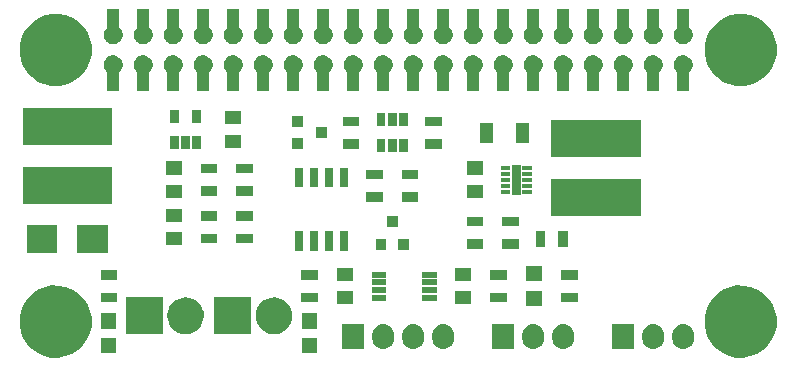
<source format=gts>
G04 #@! TF.FileFunction,Soldermask,Top*
%FSLAX46Y46*%
G04 Gerber Fmt 4.6, Leading zero omitted, Abs format (unit mm)*
G04 Created by KiCad (PCBNEW 4.0.2-stable) date Sunday, October 23, 2016 'AMt' 12:13:38 AM*
%MOMM*%
G01*
G04 APERTURE LIST*
%ADD10C,0.100000*%
G04 APERTURE END LIST*
D10*
G36*
X3820457Y-23451030D02*
X4406573Y-23571342D01*
X4958152Y-23803205D01*
X5454195Y-24137790D01*
X5875796Y-24562345D01*
X6206909Y-25060710D01*
X6434916Y-25613896D01*
X6551080Y-26200570D01*
X6551080Y-26200581D01*
X6551130Y-26200834D01*
X6541588Y-26884242D01*
X6541530Y-26884497D01*
X6541530Y-26884507D01*
X6409031Y-27467703D01*
X6165666Y-28014310D01*
X5820769Y-28503234D01*
X5387474Y-28915855D01*
X4882282Y-29236459D01*
X4324445Y-29452829D01*
X3735205Y-29556728D01*
X3136999Y-29544198D01*
X2552626Y-29415714D01*
X2004336Y-29176173D01*
X1513019Y-28834699D01*
X1097382Y-28404294D01*
X773257Y-27901352D01*
X552999Y-27345043D01*
X444988Y-26756533D01*
X453341Y-26158265D01*
X577742Y-25573005D01*
X813452Y-25023055D01*
X1151489Y-24529364D01*
X1578981Y-24110732D01*
X2079640Y-23783110D01*
X2634409Y-23558969D01*
X3222142Y-23446853D01*
X3820457Y-23451030D01*
X3820457Y-23451030D01*
G37*
G36*
X61820457Y-23451030D02*
X62406573Y-23571342D01*
X62958152Y-23803205D01*
X63454195Y-24137790D01*
X63875796Y-24562345D01*
X64206909Y-25060710D01*
X64434916Y-25613896D01*
X64551080Y-26200570D01*
X64551080Y-26200581D01*
X64551130Y-26200834D01*
X64541588Y-26884242D01*
X64541530Y-26884497D01*
X64541530Y-26884507D01*
X64409031Y-27467703D01*
X64165666Y-28014310D01*
X63820769Y-28503234D01*
X63387474Y-28915855D01*
X62882282Y-29236459D01*
X62324445Y-29452829D01*
X61735205Y-29556728D01*
X61136999Y-29544198D01*
X60552626Y-29415714D01*
X60004336Y-29176173D01*
X59513019Y-28834699D01*
X59097382Y-28404294D01*
X58773257Y-27901352D01*
X58552999Y-27345043D01*
X58444988Y-26756533D01*
X58453341Y-26158265D01*
X58577742Y-25573005D01*
X58813452Y-25023055D01*
X59151489Y-24529364D01*
X59578981Y-24110732D01*
X60079640Y-23783110D01*
X60634409Y-23558969D01*
X61222142Y-23446853D01*
X61820457Y-23451030D01*
X61820457Y-23451030D01*
G37*
G36*
X25650440Y-29199460D02*
X24349560Y-29199460D01*
X24349560Y-27898580D01*
X25650440Y-27898580D01*
X25650440Y-29199460D01*
X25650440Y-29199460D01*
G37*
G36*
X8650440Y-29199460D02*
X7349560Y-29199460D01*
X7349560Y-27898580D01*
X8650440Y-27898580D01*
X8650440Y-29199460D01*
X8650440Y-29199460D01*
G37*
G36*
X36493868Y-26716512D02*
X36493873Y-26716514D01*
X36493906Y-26716517D01*
X36664422Y-26769301D01*
X36821438Y-26854199D01*
X36958973Y-26967979D01*
X37071790Y-27106305D01*
X37155590Y-27263910D01*
X37207182Y-27434790D01*
X37224600Y-27612437D01*
X37224600Y-27927563D01*
X37224511Y-27940333D01*
X37204614Y-28117719D01*
X37150641Y-28287862D01*
X37064649Y-28444282D01*
X36949912Y-28581020D01*
X36810801Y-28692868D01*
X36652615Y-28775565D01*
X36481379Y-28825963D01*
X36481348Y-28825966D01*
X36481344Y-28825967D01*
X36303613Y-28842142D01*
X36126132Y-28823488D01*
X36126127Y-28823486D01*
X36126094Y-28823483D01*
X35955578Y-28770699D01*
X35798562Y-28685801D01*
X35661027Y-28572021D01*
X35548210Y-28433695D01*
X35464410Y-28276090D01*
X35412818Y-28105210D01*
X35395400Y-27927563D01*
X35395400Y-27612437D01*
X35395489Y-27599667D01*
X35415386Y-27422281D01*
X35469359Y-27252138D01*
X35555351Y-27095718D01*
X35670088Y-26958980D01*
X35809199Y-26847132D01*
X35967385Y-26764435D01*
X36138621Y-26714037D01*
X36138652Y-26714034D01*
X36138656Y-26714033D01*
X36316387Y-26697858D01*
X36493868Y-26716512D01*
X36493868Y-26716512D01*
G37*
G36*
X44113868Y-26716512D02*
X44113873Y-26716514D01*
X44113906Y-26716517D01*
X44284422Y-26769301D01*
X44441438Y-26854199D01*
X44578973Y-26967979D01*
X44691790Y-27106305D01*
X44775590Y-27263910D01*
X44827182Y-27434790D01*
X44844600Y-27612437D01*
X44844600Y-27927563D01*
X44844511Y-27940333D01*
X44824614Y-28117719D01*
X44770641Y-28287862D01*
X44684649Y-28444282D01*
X44569912Y-28581020D01*
X44430801Y-28692868D01*
X44272615Y-28775565D01*
X44101379Y-28825963D01*
X44101348Y-28825966D01*
X44101344Y-28825967D01*
X43923613Y-28842142D01*
X43746132Y-28823488D01*
X43746127Y-28823486D01*
X43746094Y-28823483D01*
X43575578Y-28770699D01*
X43418562Y-28685801D01*
X43281027Y-28572021D01*
X43168210Y-28433695D01*
X43084410Y-28276090D01*
X43032818Y-28105210D01*
X43015400Y-27927563D01*
X43015400Y-27612437D01*
X43015489Y-27599667D01*
X43035386Y-27422281D01*
X43089359Y-27252138D01*
X43175351Y-27095718D01*
X43290088Y-26958980D01*
X43429199Y-26847132D01*
X43587385Y-26764435D01*
X43758621Y-26714037D01*
X43758652Y-26714034D01*
X43758656Y-26714033D01*
X43936387Y-26697858D01*
X44113868Y-26716512D01*
X44113868Y-26716512D01*
G37*
G36*
X46653868Y-26716512D02*
X46653873Y-26716514D01*
X46653906Y-26716517D01*
X46824422Y-26769301D01*
X46981438Y-26854199D01*
X47118973Y-26967979D01*
X47231790Y-27106305D01*
X47315590Y-27263910D01*
X47367182Y-27434790D01*
X47384600Y-27612437D01*
X47384600Y-27927563D01*
X47384511Y-27940333D01*
X47364614Y-28117719D01*
X47310641Y-28287862D01*
X47224649Y-28444282D01*
X47109912Y-28581020D01*
X46970801Y-28692868D01*
X46812615Y-28775565D01*
X46641379Y-28825963D01*
X46641348Y-28825966D01*
X46641344Y-28825967D01*
X46463613Y-28842142D01*
X46286132Y-28823488D01*
X46286127Y-28823486D01*
X46286094Y-28823483D01*
X46115578Y-28770699D01*
X45958562Y-28685801D01*
X45821027Y-28572021D01*
X45708210Y-28433695D01*
X45624410Y-28276090D01*
X45572818Y-28105210D01*
X45555400Y-27927563D01*
X45555400Y-27612437D01*
X45555489Y-27599667D01*
X45575386Y-27422281D01*
X45629359Y-27252138D01*
X45715351Y-27095718D01*
X45830088Y-26958980D01*
X45969199Y-26847132D01*
X46127385Y-26764435D01*
X46298621Y-26714037D01*
X46298652Y-26714034D01*
X46298656Y-26714033D01*
X46476387Y-26697858D01*
X46653868Y-26716512D01*
X46653868Y-26716512D01*
G37*
G36*
X54273868Y-26716512D02*
X54273873Y-26716514D01*
X54273906Y-26716517D01*
X54444422Y-26769301D01*
X54601438Y-26854199D01*
X54738973Y-26967979D01*
X54851790Y-27106305D01*
X54935590Y-27263910D01*
X54987182Y-27434790D01*
X55004600Y-27612437D01*
X55004600Y-27927563D01*
X55004511Y-27940333D01*
X54984614Y-28117719D01*
X54930641Y-28287862D01*
X54844649Y-28444282D01*
X54729912Y-28581020D01*
X54590801Y-28692868D01*
X54432615Y-28775565D01*
X54261379Y-28825963D01*
X54261348Y-28825966D01*
X54261344Y-28825967D01*
X54083613Y-28842142D01*
X53906132Y-28823488D01*
X53906127Y-28823486D01*
X53906094Y-28823483D01*
X53735578Y-28770699D01*
X53578562Y-28685801D01*
X53441027Y-28572021D01*
X53328210Y-28433695D01*
X53244410Y-28276090D01*
X53192818Y-28105210D01*
X53175400Y-27927563D01*
X53175400Y-27612437D01*
X53175489Y-27599667D01*
X53195386Y-27422281D01*
X53249359Y-27252138D01*
X53335351Y-27095718D01*
X53450088Y-26958980D01*
X53589199Y-26847132D01*
X53747385Y-26764435D01*
X53918621Y-26714037D01*
X53918652Y-26714034D01*
X53918656Y-26714033D01*
X54096387Y-26697858D01*
X54273868Y-26716512D01*
X54273868Y-26716512D01*
G37*
G36*
X56813868Y-26716512D02*
X56813873Y-26716514D01*
X56813906Y-26716517D01*
X56984422Y-26769301D01*
X57141438Y-26854199D01*
X57278973Y-26967979D01*
X57391790Y-27106305D01*
X57475590Y-27263910D01*
X57527182Y-27434790D01*
X57544600Y-27612437D01*
X57544600Y-27927563D01*
X57544511Y-27940333D01*
X57524614Y-28117719D01*
X57470641Y-28287862D01*
X57384649Y-28444282D01*
X57269912Y-28581020D01*
X57130801Y-28692868D01*
X56972615Y-28775565D01*
X56801379Y-28825963D01*
X56801348Y-28825966D01*
X56801344Y-28825967D01*
X56623613Y-28842142D01*
X56446132Y-28823488D01*
X56446127Y-28823486D01*
X56446094Y-28823483D01*
X56275578Y-28770699D01*
X56118562Y-28685801D01*
X55981027Y-28572021D01*
X55868210Y-28433695D01*
X55784410Y-28276090D01*
X55732818Y-28105210D01*
X55715400Y-27927563D01*
X55715400Y-27612437D01*
X55715489Y-27599667D01*
X55735386Y-27422281D01*
X55789359Y-27252138D01*
X55875351Y-27095718D01*
X55990088Y-26958980D01*
X56129199Y-26847132D01*
X56287385Y-26764435D01*
X56458621Y-26714037D01*
X56458652Y-26714034D01*
X56458656Y-26714033D01*
X56636387Y-26697858D01*
X56813868Y-26716512D01*
X56813868Y-26716512D01*
G37*
G36*
X33953868Y-26716512D02*
X33953873Y-26716514D01*
X33953906Y-26716517D01*
X34124422Y-26769301D01*
X34281438Y-26854199D01*
X34418973Y-26967979D01*
X34531790Y-27106305D01*
X34615590Y-27263910D01*
X34667182Y-27434790D01*
X34684600Y-27612437D01*
X34684600Y-27927563D01*
X34684511Y-27940333D01*
X34664614Y-28117719D01*
X34610641Y-28287862D01*
X34524649Y-28444282D01*
X34409912Y-28581020D01*
X34270801Y-28692868D01*
X34112615Y-28775565D01*
X33941379Y-28825963D01*
X33941348Y-28825966D01*
X33941344Y-28825967D01*
X33763613Y-28842142D01*
X33586132Y-28823488D01*
X33586127Y-28823486D01*
X33586094Y-28823483D01*
X33415578Y-28770699D01*
X33258562Y-28685801D01*
X33121027Y-28572021D01*
X33008210Y-28433695D01*
X32924410Y-28276090D01*
X32872818Y-28105210D01*
X32855400Y-27927563D01*
X32855400Y-27612437D01*
X32855489Y-27599667D01*
X32875386Y-27422281D01*
X32929359Y-27252138D01*
X33015351Y-27095718D01*
X33130088Y-26958980D01*
X33269199Y-26847132D01*
X33427385Y-26764435D01*
X33598621Y-26714037D01*
X33598652Y-26714034D01*
X33598656Y-26714033D01*
X33776387Y-26697858D01*
X33953868Y-26716512D01*
X33953868Y-26716512D01*
G37*
G36*
X31413868Y-26716512D02*
X31413873Y-26716514D01*
X31413906Y-26716517D01*
X31584422Y-26769301D01*
X31741438Y-26854199D01*
X31878973Y-26967979D01*
X31991790Y-27106305D01*
X32075590Y-27263910D01*
X32127182Y-27434790D01*
X32144600Y-27612437D01*
X32144600Y-27927563D01*
X32144511Y-27940333D01*
X32124614Y-28117719D01*
X32070641Y-28287862D01*
X31984649Y-28444282D01*
X31869912Y-28581020D01*
X31730801Y-28692868D01*
X31572615Y-28775565D01*
X31401379Y-28825963D01*
X31401348Y-28825966D01*
X31401344Y-28825967D01*
X31223613Y-28842142D01*
X31046132Y-28823488D01*
X31046127Y-28823486D01*
X31046094Y-28823483D01*
X30875578Y-28770699D01*
X30718562Y-28685801D01*
X30581027Y-28572021D01*
X30468210Y-28433695D01*
X30384410Y-28276090D01*
X30332818Y-28105210D01*
X30315400Y-27927563D01*
X30315400Y-27612437D01*
X30315489Y-27599667D01*
X30335386Y-27422281D01*
X30389359Y-27252138D01*
X30475351Y-27095718D01*
X30590088Y-26958980D01*
X30729199Y-26847132D01*
X30887385Y-26764435D01*
X31058621Y-26714037D01*
X31058652Y-26714034D01*
X31058656Y-26714033D01*
X31236387Y-26697858D01*
X31413868Y-26716512D01*
X31413868Y-26716512D01*
G37*
G36*
X42304600Y-28837000D02*
X40475400Y-28837000D01*
X40475400Y-26703000D01*
X42304600Y-26703000D01*
X42304600Y-28837000D01*
X42304600Y-28837000D01*
G37*
G36*
X52464600Y-28837000D02*
X50635400Y-28837000D01*
X50635400Y-26703000D01*
X52464600Y-26703000D01*
X52464600Y-28837000D01*
X52464600Y-28837000D01*
G37*
G36*
X29604600Y-28837000D02*
X27775400Y-28837000D01*
X27775400Y-26703000D01*
X29604600Y-26703000D01*
X29604600Y-28837000D01*
X29604600Y-28837000D01*
G37*
G36*
X14811834Y-24473168D02*
X14811844Y-24473171D01*
X14811872Y-24473174D01*
X15101037Y-24562685D01*
X15367308Y-24706658D01*
X15600544Y-24899607D01*
X15791861Y-25134185D01*
X15933971Y-25401455D01*
X16021461Y-25691238D01*
X16051000Y-25992495D01*
X16051000Y-26007505D01*
X16050849Y-26029160D01*
X16017107Y-26329976D01*
X15925579Y-26618509D01*
X15779751Y-26883769D01*
X15585178Y-27115652D01*
X15349271Y-27305326D01*
X15081015Y-27445567D01*
X14790628Y-27531033D01*
X14790598Y-27531036D01*
X14790594Y-27531037D01*
X14489170Y-27558468D01*
X14188166Y-27526832D01*
X14188156Y-27526829D01*
X14188128Y-27526826D01*
X13898963Y-27437315D01*
X13632692Y-27293342D01*
X13399456Y-27100393D01*
X13208139Y-26865815D01*
X13066029Y-26598545D01*
X12978539Y-26308762D01*
X12949000Y-26007505D01*
X12949000Y-25992495D01*
X12949151Y-25970840D01*
X12982893Y-25670024D01*
X13074421Y-25381491D01*
X13220249Y-25116231D01*
X13414822Y-24884348D01*
X13650729Y-24694674D01*
X13918985Y-24554433D01*
X14209372Y-24468967D01*
X14209402Y-24468964D01*
X14209406Y-24468963D01*
X14510830Y-24441532D01*
X14811834Y-24473168D01*
X14811834Y-24473168D01*
G37*
G36*
X22311834Y-24473168D02*
X22311844Y-24473171D01*
X22311872Y-24473174D01*
X22601037Y-24562685D01*
X22867308Y-24706658D01*
X23100544Y-24899607D01*
X23291861Y-25134185D01*
X23433971Y-25401455D01*
X23521461Y-25691238D01*
X23551000Y-25992495D01*
X23551000Y-26007505D01*
X23550849Y-26029160D01*
X23517107Y-26329976D01*
X23425579Y-26618509D01*
X23279751Y-26883769D01*
X23085178Y-27115652D01*
X22849271Y-27305326D01*
X22581015Y-27445567D01*
X22290628Y-27531033D01*
X22290598Y-27531036D01*
X22290594Y-27531037D01*
X21989170Y-27558468D01*
X21688166Y-27526832D01*
X21688156Y-27526829D01*
X21688128Y-27526826D01*
X21398963Y-27437315D01*
X21132692Y-27293342D01*
X20899456Y-27100393D01*
X20708139Y-26865815D01*
X20566029Y-26598545D01*
X20478539Y-26308762D01*
X20449000Y-26007505D01*
X20449000Y-25992495D01*
X20449151Y-25970840D01*
X20482893Y-25670024D01*
X20574421Y-25381491D01*
X20720249Y-25116231D01*
X20914822Y-24884348D01*
X21150729Y-24694674D01*
X21418985Y-24554433D01*
X21709372Y-24468967D01*
X21709402Y-24468964D01*
X21709406Y-24468963D01*
X22010830Y-24441532D01*
X22311834Y-24473168D01*
X22311834Y-24473168D01*
G37*
G36*
X20051000Y-27551000D02*
X16949000Y-27551000D01*
X16949000Y-24449000D01*
X20051000Y-24449000D01*
X20051000Y-27551000D01*
X20051000Y-27551000D01*
G37*
G36*
X12551000Y-27551000D02*
X9449000Y-27551000D01*
X9449000Y-24449000D01*
X12551000Y-24449000D01*
X12551000Y-27551000D01*
X12551000Y-27551000D01*
G37*
G36*
X8650440Y-27101420D02*
X7349560Y-27101420D01*
X7349560Y-25800540D01*
X8650440Y-25800540D01*
X8650440Y-27101420D01*
X8650440Y-27101420D01*
G37*
G36*
X25650440Y-27101420D02*
X24349560Y-27101420D01*
X24349560Y-25800540D01*
X25650440Y-25800540D01*
X25650440Y-27101420D01*
X25650440Y-27101420D01*
G37*
G36*
X44650440Y-25199460D02*
X43349560Y-25199460D01*
X43349560Y-23898580D01*
X44650440Y-23898580D01*
X44650440Y-25199460D01*
X44650440Y-25199460D01*
G37*
G36*
X38676000Y-25051000D02*
X37324000Y-25051000D01*
X37324000Y-23949000D01*
X38676000Y-23949000D01*
X38676000Y-25051000D01*
X38676000Y-25051000D01*
G37*
G36*
X28676000Y-25051000D02*
X27324000Y-25051000D01*
X27324000Y-23949000D01*
X28676000Y-23949000D01*
X28676000Y-25051000D01*
X28676000Y-25051000D01*
G37*
G36*
X41701000Y-24851000D02*
X40299000Y-24851000D01*
X40299000Y-24049000D01*
X41701000Y-24049000D01*
X41701000Y-24851000D01*
X41701000Y-24851000D01*
G37*
G36*
X47701000Y-24851000D02*
X46299000Y-24851000D01*
X46299000Y-24049000D01*
X47701000Y-24049000D01*
X47701000Y-24851000D01*
X47701000Y-24851000D01*
G37*
G36*
X8701000Y-24851000D02*
X7299000Y-24851000D01*
X7299000Y-24049000D01*
X8701000Y-24049000D01*
X8701000Y-24851000D01*
X8701000Y-24851000D01*
G37*
G36*
X25701000Y-24851000D02*
X24299000Y-24851000D01*
X24299000Y-24049000D01*
X25701000Y-24049000D01*
X25701000Y-24851000D01*
X25701000Y-24851000D01*
G37*
G36*
X31451000Y-24726000D02*
X30249000Y-24726000D01*
X30249000Y-24224000D01*
X31451000Y-24224000D01*
X31451000Y-24726000D01*
X31451000Y-24726000D01*
G37*
G36*
X35751000Y-24726000D02*
X34549000Y-24726000D01*
X34549000Y-24224000D01*
X35751000Y-24224000D01*
X35751000Y-24726000D01*
X35751000Y-24726000D01*
G37*
G36*
X35751000Y-24076000D02*
X34549000Y-24076000D01*
X34549000Y-23574000D01*
X35751000Y-23574000D01*
X35751000Y-24076000D01*
X35751000Y-24076000D01*
G37*
G36*
X31451000Y-24076000D02*
X30249000Y-24076000D01*
X30249000Y-23574000D01*
X31451000Y-23574000D01*
X31451000Y-24076000D01*
X31451000Y-24076000D01*
G37*
G36*
X35751000Y-23426000D02*
X34549000Y-23426000D01*
X34549000Y-22924000D01*
X35751000Y-22924000D01*
X35751000Y-23426000D01*
X35751000Y-23426000D01*
G37*
G36*
X31451000Y-23426000D02*
X30249000Y-23426000D01*
X30249000Y-22924000D01*
X31451000Y-22924000D01*
X31451000Y-23426000D01*
X31451000Y-23426000D01*
G37*
G36*
X44650440Y-23101420D02*
X43349560Y-23101420D01*
X43349560Y-21800540D01*
X44650440Y-21800540D01*
X44650440Y-23101420D01*
X44650440Y-23101420D01*
G37*
G36*
X38676000Y-23051000D02*
X37324000Y-23051000D01*
X37324000Y-21949000D01*
X38676000Y-21949000D01*
X38676000Y-23051000D01*
X38676000Y-23051000D01*
G37*
G36*
X28676000Y-23051000D02*
X27324000Y-23051000D01*
X27324000Y-21949000D01*
X28676000Y-21949000D01*
X28676000Y-23051000D01*
X28676000Y-23051000D01*
G37*
G36*
X41701000Y-22951000D02*
X40299000Y-22951000D01*
X40299000Y-22149000D01*
X41701000Y-22149000D01*
X41701000Y-22951000D01*
X41701000Y-22951000D01*
G37*
G36*
X47701000Y-22951000D02*
X46299000Y-22951000D01*
X46299000Y-22149000D01*
X47701000Y-22149000D01*
X47701000Y-22951000D01*
X47701000Y-22951000D01*
G37*
G36*
X8701000Y-22951000D02*
X7299000Y-22951000D01*
X7299000Y-22149000D01*
X8701000Y-22149000D01*
X8701000Y-22951000D01*
X8701000Y-22951000D01*
G37*
G36*
X25701000Y-22951000D02*
X24299000Y-22951000D01*
X24299000Y-22149000D01*
X25701000Y-22149000D01*
X25701000Y-22951000D01*
X25701000Y-22951000D01*
G37*
G36*
X31451000Y-22776000D02*
X30249000Y-22776000D01*
X30249000Y-22274000D01*
X31451000Y-22274000D01*
X31451000Y-22776000D01*
X31451000Y-22776000D01*
G37*
G36*
X35751000Y-22776000D02*
X34549000Y-22776000D01*
X34549000Y-22274000D01*
X35751000Y-22274000D01*
X35751000Y-22776000D01*
X35751000Y-22776000D01*
G37*
G36*
X7949520Y-20701620D02*
X5348160Y-20701620D01*
X5348160Y-18298380D01*
X7949520Y-18298380D01*
X7949520Y-20701620D01*
X7949520Y-20701620D01*
G37*
G36*
X3651840Y-20701620D02*
X1050480Y-20701620D01*
X1050480Y-18298380D01*
X3651840Y-18298380D01*
X3651840Y-20701620D01*
X3651840Y-20701620D01*
G37*
G36*
X26986000Y-20526000D02*
X26284000Y-20526000D01*
X26284000Y-18874000D01*
X26986000Y-18874000D01*
X26986000Y-20526000D01*
X26986000Y-20526000D01*
G37*
G36*
X25716000Y-20526000D02*
X25014000Y-20526000D01*
X25014000Y-18874000D01*
X25716000Y-18874000D01*
X25716000Y-20526000D01*
X25716000Y-20526000D01*
G37*
G36*
X24446000Y-20526000D02*
X23744000Y-20526000D01*
X23744000Y-18874000D01*
X24446000Y-18874000D01*
X24446000Y-20526000D01*
X24446000Y-20526000D01*
G37*
G36*
X28256000Y-20526000D02*
X27554000Y-20526000D01*
X27554000Y-18874000D01*
X28256000Y-18874000D01*
X28256000Y-20526000D01*
X28256000Y-20526000D01*
G37*
G36*
X31501050Y-20451810D02*
X30598950Y-20451810D01*
X30598950Y-19549710D01*
X31501050Y-19549710D01*
X31501050Y-20451810D01*
X31501050Y-20451810D01*
G37*
G36*
X33401050Y-20451810D02*
X32498950Y-20451810D01*
X32498950Y-19549710D01*
X33401050Y-19549710D01*
X33401050Y-20451810D01*
X33401050Y-20451810D01*
G37*
G36*
X42701000Y-20351000D02*
X41299000Y-20351000D01*
X41299000Y-19549000D01*
X42701000Y-19549000D01*
X42701000Y-20351000D01*
X42701000Y-20351000D01*
G37*
G36*
X39701000Y-20351000D02*
X38299000Y-20351000D01*
X38299000Y-19549000D01*
X39701000Y-19549000D01*
X39701000Y-20351000D01*
X39701000Y-20351000D01*
G37*
G36*
X46851000Y-20201000D02*
X46049000Y-20201000D01*
X46049000Y-18799000D01*
X46851000Y-18799000D01*
X46851000Y-20201000D01*
X46851000Y-20201000D01*
G37*
G36*
X44951000Y-20201000D02*
X44149000Y-20201000D01*
X44149000Y-18799000D01*
X44951000Y-18799000D01*
X44951000Y-20201000D01*
X44951000Y-20201000D01*
G37*
G36*
X14176000Y-20051000D02*
X12824000Y-20051000D01*
X12824000Y-18949000D01*
X14176000Y-18949000D01*
X14176000Y-20051000D01*
X14176000Y-20051000D01*
G37*
G36*
X17201000Y-19851000D02*
X15799000Y-19851000D01*
X15799000Y-19049000D01*
X17201000Y-19049000D01*
X17201000Y-19851000D01*
X17201000Y-19851000D01*
G37*
G36*
X20201000Y-19851000D02*
X18799000Y-19851000D01*
X18799000Y-19049000D01*
X20201000Y-19049000D01*
X20201000Y-19851000D01*
X20201000Y-19851000D01*
G37*
G36*
X32451050Y-18452830D02*
X31548950Y-18452830D01*
X31548950Y-17550730D01*
X32451050Y-17550730D01*
X32451050Y-18452830D01*
X32451050Y-18452830D01*
G37*
G36*
X39701000Y-18451000D02*
X38299000Y-18451000D01*
X38299000Y-17649000D01*
X39701000Y-17649000D01*
X39701000Y-18451000D01*
X39701000Y-18451000D01*
G37*
G36*
X42701000Y-18451000D02*
X41299000Y-18451000D01*
X41299000Y-17649000D01*
X42701000Y-17649000D01*
X42701000Y-18451000D01*
X42701000Y-18451000D01*
G37*
G36*
X14176000Y-18051000D02*
X12824000Y-18051000D01*
X12824000Y-16949000D01*
X14176000Y-16949000D01*
X14176000Y-18051000D01*
X14176000Y-18051000D01*
G37*
G36*
X17201000Y-17951000D02*
X15799000Y-17951000D01*
X15799000Y-17149000D01*
X17201000Y-17149000D01*
X17201000Y-17951000D01*
X17201000Y-17951000D01*
G37*
G36*
X20201000Y-17951000D02*
X18799000Y-17951000D01*
X18799000Y-17149000D01*
X20201000Y-17149000D01*
X20201000Y-17951000D01*
X20201000Y-17951000D01*
G37*
G36*
X53051310Y-17550230D02*
X45448690Y-17550230D01*
X45448690Y-14448490D01*
X53051310Y-14448490D01*
X53051310Y-17550230D01*
X53051310Y-17550230D01*
G37*
G36*
X8301310Y-16550230D02*
X698690Y-16550230D01*
X698690Y-13448490D01*
X8301310Y-13448490D01*
X8301310Y-16550230D01*
X8301310Y-16550230D01*
G37*
G36*
X34201000Y-16351000D02*
X32799000Y-16351000D01*
X32799000Y-15549000D01*
X34201000Y-15549000D01*
X34201000Y-16351000D01*
X34201000Y-16351000D01*
G37*
G36*
X31201000Y-16351000D02*
X29799000Y-16351000D01*
X29799000Y-15549000D01*
X31201000Y-15549000D01*
X31201000Y-16351000D01*
X31201000Y-16351000D01*
G37*
G36*
X14176000Y-16051000D02*
X12824000Y-16051000D01*
X12824000Y-14949000D01*
X14176000Y-14949000D01*
X14176000Y-16051000D01*
X14176000Y-16051000D01*
G37*
G36*
X39676000Y-16051000D02*
X38324000Y-16051000D01*
X38324000Y-14949000D01*
X39676000Y-14949000D01*
X39676000Y-16051000D01*
X39676000Y-16051000D01*
G37*
G36*
X17201000Y-15851000D02*
X15799000Y-15851000D01*
X15799000Y-15049000D01*
X17201000Y-15049000D01*
X17201000Y-15851000D01*
X17201000Y-15851000D01*
G37*
G36*
X20201000Y-15851000D02*
X18799000Y-15851000D01*
X18799000Y-15049000D01*
X20201000Y-15049000D01*
X20201000Y-15851000D01*
X20201000Y-15851000D01*
G37*
G36*
X42871000Y-15751000D02*
X42129000Y-15751000D01*
X42129000Y-13249000D01*
X42871000Y-13249000D01*
X42871000Y-15751000D01*
X42871000Y-15751000D01*
G37*
G36*
X43826000Y-15676000D02*
X43024000Y-15676000D01*
X43024000Y-15324000D01*
X43826000Y-15324000D01*
X43826000Y-15676000D01*
X43826000Y-15676000D01*
G37*
G36*
X41976000Y-15676000D02*
X41174000Y-15676000D01*
X41174000Y-15324000D01*
X41976000Y-15324000D01*
X41976000Y-15676000D01*
X41976000Y-15676000D01*
G37*
G36*
X41976000Y-15176000D02*
X41174000Y-15176000D01*
X41174000Y-14824000D01*
X41976000Y-14824000D01*
X41976000Y-15176000D01*
X41976000Y-15176000D01*
G37*
G36*
X43826000Y-15176000D02*
X43024000Y-15176000D01*
X43024000Y-14824000D01*
X43826000Y-14824000D01*
X43826000Y-15176000D01*
X43826000Y-15176000D01*
G37*
G36*
X24446000Y-15126000D02*
X23744000Y-15126000D01*
X23744000Y-13474000D01*
X24446000Y-13474000D01*
X24446000Y-15126000D01*
X24446000Y-15126000D01*
G37*
G36*
X25716000Y-15126000D02*
X25014000Y-15126000D01*
X25014000Y-13474000D01*
X25716000Y-13474000D01*
X25716000Y-15126000D01*
X25716000Y-15126000D01*
G37*
G36*
X26986000Y-15126000D02*
X26284000Y-15126000D01*
X26284000Y-13474000D01*
X26986000Y-13474000D01*
X26986000Y-15126000D01*
X26986000Y-15126000D01*
G37*
G36*
X28256000Y-15126000D02*
X27554000Y-15126000D01*
X27554000Y-13474000D01*
X28256000Y-13474000D01*
X28256000Y-15126000D01*
X28256000Y-15126000D01*
G37*
G36*
X41976000Y-14676000D02*
X41174000Y-14676000D01*
X41174000Y-14324000D01*
X41976000Y-14324000D01*
X41976000Y-14676000D01*
X41976000Y-14676000D01*
G37*
G36*
X43826000Y-14676000D02*
X43024000Y-14676000D01*
X43024000Y-14324000D01*
X43826000Y-14324000D01*
X43826000Y-14676000D01*
X43826000Y-14676000D01*
G37*
G36*
X31201000Y-14451000D02*
X29799000Y-14451000D01*
X29799000Y-13649000D01*
X31201000Y-13649000D01*
X31201000Y-14451000D01*
X31201000Y-14451000D01*
G37*
G36*
X34201000Y-14451000D02*
X32799000Y-14451000D01*
X32799000Y-13649000D01*
X34201000Y-13649000D01*
X34201000Y-14451000D01*
X34201000Y-14451000D01*
G37*
G36*
X43826000Y-14176000D02*
X43024000Y-14176000D01*
X43024000Y-13824000D01*
X43826000Y-13824000D01*
X43826000Y-14176000D01*
X43826000Y-14176000D01*
G37*
G36*
X41976000Y-14176000D02*
X41174000Y-14176000D01*
X41174000Y-13824000D01*
X41976000Y-13824000D01*
X41976000Y-14176000D01*
X41976000Y-14176000D01*
G37*
G36*
X14176000Y-14051000D02*
X12824000Y-14051000D01*
X12824000Y-12949000D01*
X14176000Y-12949000D01*
X14176000Y-14051000D01*
X14176000Y-14051000D01*
G37*
G36*
X39676000Y-14051000D02*
X38324000Y-14051000D01*
X38324000Y-12949000D01*
X39676000Y-12949000D01*
X39676000Y-14051000D01*
X39676000Y-14051000D01*
G37*
G36*
X17201000Y-13951000D02*
X15799000Y-13951000D01*
X15799000Y-13149000D01*
X17201000Y-13149000D01*
X17201000Y-13951000D01*
X17201000Y-13951000D01*
G37*
G36*
X20201000Y-13951000D02*
X18799000Y-13951000D01*
X18799000Y-13149000D01*
X20201000Y-13149000D01*
X20201000Y-13951000D01*
X20201000Y-13951000D01*
G37*
G36*
X41976000Y-13676000D02*
X41174000Y-13676000D01*
X41174000Y-13324000D01*
X41976000Y-13324000D01*
X41976000Y-13676000D01*
X41976000Y-13676000D01*
G37*
G36*
X43826000Y-13676000D02*
X43024000Y-13676000D01*
X43024000Y-13324000D01*
X43826000Y-13324000D01*
X43826000Y-13676000D01*
X43826000Y-13676000D01*
G37*
G36*
X53051310Y-12551510D02*
X45448690Y-12551510D01*
X45448690Y-9449770D01*
X53051310Y-9449770D01*
X53051310Y-12551510D01*
X53051310Y-12551510D01*
G37*
G36*
X33326000Y-12181000D02*
X32574000Y-12181000D01*
X32574000Y-11019000D01*
X33326000Y-11019000D01*
X33326000Y-12181000D01*
X33326000Y-12181000D01*
G37*
G36*
X32376000Y-12181000D02*
X31624000Y-12181000D01*
X31624000Y-11019000D01*
X32376000Y-11019000D01*
X32376000Y-12181000D01*
X32376000Y-12181000D01*
G37*
G36*
X31426000Y-12181000D02*
X30674000Y-12181000D01*
X30674000Y-11019000D01*
X31426000Y-11019000D01*
X31426000Y-12181000D01*
X31426000Y-12181000D01*
G37*
G36*
X13926000Y-11931000D02*
X13174000Y-11931000D01*
X13174000Y-10769000D01*
X13926000Y-10769000D01*
X13926000Y-11931000D01*
X13926000Y-11931000D01*
G37*
G36*
X14876000Y-11931000D02*
X14124000Y-11931000D01*
X14124000Y-10769000D01*
X14876000Y-10769000D01*
X14876000Y-11931000D01*
X14876000Y-11931000D01*
G37*
G36*
X15826000Y-11931000D02*
X15074000Y-11931000D01*
X15074000Y-10769000D01*
X15826000Y-10769000D01*
X15826000Y-11931000D01*
X15826000Y-11931000D01*
G37*
G36*
X24450290Y-11901050D02*
X23548190Y-11901050D01*
X23548190Y-10998950D01*
X24450290Y-10998950D01*
X24450290Y-11901050D01*
X24450290Y-11901050D01*
G37*
G36*
X29201000Y-11851000D02*
X27799000Y-11851000D01*
X27799000Y-11049000D01*
X29201000Y-11049000D01*
X29201000Y-11851000D01*
X29201000Y-11851000D01*
G37*
G36*
X36201000Y-11851000D02*
X34799000Y-11851000D01*
X34799000Y-11049000D01*
X36201000Y-11049000D01*
X36201000Y-11851000D01*
X36201000Y-11851000D01*
G37*
G36*
X19176000Y-11801000D02*
X17824000Y-11801000D01*
X17824000Y-10699000D01*
X19176000Y-10699000D01*
X19176000Y-11801000D01*
X19176000Y-11801000D01*
G37*
G36*
X8301310Y-11551510D02*
X698690Y-11551510D01*
X698690Y-8449770D01*
X8301310Y-8449770D01*
X8301310Y-11551510D01*
X8301310Y-11551510D01*
G37*
G36*
X40551000Y-11351000D02*
X39449000Y-11351000D01*
X39449000Y-9649000D01*
X40551000Y-9649000D01*
X40551000Y-11351000D01*
X40551000Y-11351000D01*
G37*
G36*
X43551000Y-11351000D02*
X42449000Y-11351000D01*
X42449000Y-9649000D01*
X43551000Y-9649000D01*
X43551000Y-11351000D01*
X43551000Y-11351000D01*
G37*
G36*
X26449270Y-10951050D02*
X25547170Y-10951050D01*
X25547170Y-10048950D01*
X26449270Y-10048950D01*
X26449270Y-10951050D01*
X26449270Y-10951050D01*
G37*
G36*
X24450290Y-10001050D02*
X23548190Y-10001050D01*
X23548190Y-9098950D01*
X24450290Y-9098950D01*
X24450290Y-10001050D01*
X24450290Y-10001050D01*
G37*
G36*
X31426000Y-9981000D02*
X30674000Y-9981000D01*
X30674000Y-8819000D01*
X31426000Y-8819000D01*
X31426000Y-9981000D01*
X31426000Y-9981000D01*
G37*
G36*
X32376000Y-9981000D02*
X31624000Y-9981000D01*
X31624000Y-8819000D01*
X32376000Y-8819000D01*
X32376000Y-9981000D01*
X32376000Y-9981000D01*
G37*
G36*
X33326000Y-9981000D02*
X32574000Y-9981000D01*
X32574000Y-8819000D01*
X33326000Y-8819000D01*
X33326000Y-9981000D01*
X33326000Y-9981000D01*
G37*
G36*
X36201000Y-9951000D02*
X34799000Y-9951000D01*
X34799000Y-9149000D01*
X36201000Y-9149000D01*
X36201000Y-9951000D01*
X36201000Y-9951000D01*
G37*
G36*
X29201000Y-9951000D02*
X27799000Y-9951000D01*
X27799000Y-9149000D01*
X29201000Y-9149000D01*
X29201000Y-9951000D01*
X29201000Y-9951000D01*
G37*
G36*
X19176000Y-9801000D02*
X17824000Y-9801000D01*
X17824000Y-8699000D01*
X19176000Y-8699000D01*
X19176000Y-9801000D01*
X19176000Y-9801000D01*
G37*
G36*
X15826000Y-9731000D02*
X15074000Y-9731000D01*
X15074000Y-8569000D01*
X15826000Y-8569000D01*
X15826000Y-9731000D01*
X15826000Y-9731000D01*
G37*
G36*
X13926000Y-9731000D02*
X13174000Y-9731000D01*
X13174000Y-8569000D01*
X13926000Y-8569000D01*
X13926000Y-9731000D01*
X13926000Y-9731000D01*
G37*
G36*
X18614131Y-3969532D02*
X18768009Y-4001118D01*
X18912820Y-4061991D01*
X19043048Y-4149831D01*
X19153735Y-4261294D01*
X19240665Y-4392134D01*
X19300524Y-4537364D01*
X19330983Y-4691194D01*
X19331035Y-4691458D01*
X19328529Y-4870878D01*
X19328470Y-4871137D01*
X19328470Y-4871143D01*
X19293729Y-5024061D01*
X19229839Y-5167560D01*
X19139288Y-5295924D01*
X19037450Y-5392903D01*
X19030733Y-5401404D01*
X19026651Y-5411439D01*
X19025500Y-5420784D01*
X19025500Y-6971000D01*
X18034500Y-6971000D01*
X18034500Y-5421252D01*
X18032976Y-5410526D01*
X18028524Y-5400650D01*
X18017973Y-5389638D01*
X18008343Y-5382945D01*
X17899224Y-5269949D01*
X17814127Y-5137905D01*
X17756301Y-4991853D01*
X17727945Y-4837351D01*
X17730138Y-4680284D01*
X17762799Y-4526629D01*
X17824682Y-4382246D01*
X17913429Y-4252634D01*
X18025662Y-4142727D01*
X18157100Y-4056716D01*
X18302751Y-3997869D01*
X18457052Y-3968435D01*
X18614131Y-3969532D01*
X18614131Y-3969532D01*
G37*
G36*
X21154131Y-3969532D02*
X21308009Y-4001118D01*
X21452820Y-4061991D01*
X21583048Y-4149831D01*
X21693735Y-4261294D01*
X21780665Y-4392134D01*
X21840524Y-4537364D01*
X21870983Y-4691194D01*
X21871035Y-4691458D01*
X21868529Y-4870878D01*
X21868470Y-4871137D01*
X21868470Y-4871143D01*
X21833729Y-5024061D01*
X21769839Y-5167560D01*
X21679288Y-5295924D01*
X21577450Y-5392903D01*
X21570733Y-5401404D01*
X21566651Y-5411439D01*
X21565500Y-5420784D01*
X21565500Y-6971000D01*
X20574500Y-6971000D01*
X20574500Y-5421252D01*
X20572976Y-5410526D01*
X20568524Y-5400650D01*
X20557973Y-5389638D01*
X20548343Y-5382945D01*
X20439224Y-5269949D01*
X20354127Y-5137905D01*
X20296301Y-4991853D01*
X20267945Y-4837351D01*
X20270138Y-4680284D01*
X20302799Y-4526629D01*
X20364682Y-4382246D01*
X20453429Y-4252634D01*
X20565662Y-4142727D01*
X20697100Y-4056716D01*
X20842751Y-3997869D01*
X20997052Y-3968435D01*
X21154131Y-3969532D01*
X21154131Y-3969532D01*
G37*
G36*
X23694131Y-3969532D02*
X23848009Y-4001118D01*
X23992820Y-4061991D01*
X24123048Y-4149831D01*
X24233735Y-4261294D01*
X24320665Y-4392134D01*
X24380524Y-4537364D01*
X24410983Y-4691194D01*
X24411035Y-4691458D01*
X24408529Y-4870878D01*
X24408470Y-4871137D01*
X24408470Y-4871143D01*
X24373729Y-5024061D01*
X24309839Y-5167560D01*
X24219288Y-5295924D01*
X24117450Y-5392903D01*
X24110733Y-5401404D01*
X24106651Y-5411439D01*
X24105500Y-5420784D01*
X24105500Y-6971000D01*
X23114500Y-6971000D01*
X23114500Y-5421252D01*
X23112976Y-5410526D01*
X23108524Y-5400650D01*
X23097973Y-5389638D01*
X23088343Y-5382945D01*
X22979224Y-5269949D01*
X22894127Y-5137905D01*
X22836301Y-4991853D01*
X22807945Y-4837351D01*
X22810138Y-4680284D01*
X22842799Y-4526629D01*
X22904682Y-4382246D01*
X22993429Y-4252634D01*
X23105662Y-4142727D01*
X23237100Y-4056716D01*
X23382751Y-3997869D01*
X23537052Y-3968435D01*
X23694131Y-3969532D01*
X23694131Y-3969532D01*
G37*
G36*
X8454131Y-3969532D02*
X8608009Y-4001118D01*
X8752820Y-4061991D01*
X8883048Y-4149831D01*
X8993735Y-4261294D01*
X9080665Y-4392134D01*
X9140524Y-4537364D01*
X9170983Y-4691194D01*
X9171035Y-4691458D01*
X9168529Y-4870878D01*
X9168470Y-4871137D01*
X9168470Y-4871143D01*
X9133729Y-5024061D01*
X9069839Y-5167560D01*
X8979288Y-5295924D01*
X8877450Y-5392903D01*
X8870733Y-5401404D01*
X8866651Y-5411439D01*
X8865500Y-5420784D01*
X8865500Y-6971000D01*
X7874500Y-6971000D01*
X7874500Y-5421252D01*
X7872976Y-5410526D01*
X7868524Y-5400650D01*
X7857973Y-5389638D01*
X7848343Y-5382945D01*
X7739224Y-5269949D01*
X7654127Y-5137905D01*
X7596301Y-4991853D01*
X7567945Y-4837351D01*
X7570138Y-4680284D01*
X7602799Y-4526629D01*
X7664682Y-4382246D01*
X7753429Y-4252634D01*
X7865662Y-4142727D01*
X7997100Y-4056716D01*
X8142751Y-3997869D01*
X8297052Y-3968435D01*
X8454131Y-3969532D01*
X8454131Y-3969532D01*
G37*
G36*
X26234131Y-3969532D02*
X26388009Y-4001118D01*
X26532820Y-4061991D01*
X26663048Y-4149831D01*
X26773735Y-4261294D01*
X26860665Y-4392134D01*
X26920524Y-4537364D01*
X26950983Y-4691194D01*
X26951035Y-4691458D01*
X26948529Y-4870878D01*
X26948470Y-4871137D01*
X26948470Y-4871143D01*
X26913729Y-5024061D01*
X26849839Y-5167560D01*
X26759288Y-5295924D01*
X26657450Y-5392903D01*
X26650733Y-5401404D01*
X26646651Y-5411439D01*
X26645500Y-5420784D01*
X26645500Y-6971000D01*
X25654500Y-6971000D01*
X25654500Y-5421252D01*
X25652976Y-5410526D01*
X25648524Y-5400650D01*
X25637973Y-5389638D01*
X25628343Y-5382945D01*
X25519224Y-5269949D01*
X25434127Y-5137905D01*
X25376301Y-4991853D01*
X25347945Y-4837351D01*
X25350138Y-4680284D01*
X25382799Y-4526629D01*
X25444682Y-4382246D01*
X25533429Y-4252634D01*
X25645662Y-4142727D01*
X25777100Y-4056716D01*
X25922751Y-3997869D01*
X26077052Y-3968435D01*
X26234131Y-3969532D01*
X26234131Y-3969532D01*
G37*
G36*
X28774131Y-3969532D02*
X28928009Y-4001118D01*
X29072820Y-4061991D01*
X29203048Y-4149831D01*
X29313735Y-4261294D01*
X29400665Y-4392134D01*
X29460524Y-4537364D01*
X29490983Y-4691194D01*
X29491035Y-4691458D01*
X29488529Y-4870878D01*
X29488470Y-4871137D01*
X29488470Y-4871143D01*
X29453729Y-5024061D01*
X29389839Y-5167560D01*
X29299288Y-5295924D01*
X29197450Y-5392903D01*
X29190733Y-5401404D01*
X29186651Y-5411439D01*
X29185500Y-5420784D01*
X29185500Y-6971000D01*
X28194500Y-6971000D01*
X28194500Y-5421252D01*
X28192976Y-5410526D01*
X28188524Y-5400650D01*
X28177973Y-5389638D01*
X28168343Y-5382945D01*
X28059224Y-5269949D01*
X27974127Y-5137905D01*
X27916301Y-4991853D01*
X27887945Y-4837351D01*
X27890138Y-4680284D01*
X27922799Y-4526629D01*
X27984682Y-4382246D01*
X28073429Y-4252634D01*
X28185662Y-4142727D01*
X28317100Y-4056716D01*
X28462751Y-3997869D01*
X28617052Y-3968435D01*
X28774131Y-3969532D01*
X28774131Y-3969532D01*
G37*
G36*
X31314131Y-3969532D02*
X31468009Y-4001118D01*
X31612820Y-4061991D01*
X31743048Y-4149831D01*
X31853735Y-4261294D01*
X31940665Y-4392134D01*
X32000524Y-4537364D01*
X32030983Y-4691194D01*
X32031035Y-4691458D01*
X32028529Y-4870878D01*
X32028470Y-4871137D01*
X32028470Y-4871143D01*
X31993729Y-5024061D01*
X31929839Y-5167560D01*
X31839288Y-5295924D01*
X31737450Y-5392903D01*
X31730733Y-5401404D01*
X31726651Y-5411439D01*
X31725500Y-5420784D01*
X31725500Y-6971000D01*
X30734500Y-6971000D01*
X30734500Y-5421252D01*
X30732976Y-5410526D01*
X30728524Y-5400650D01*
X30717973Y-5389638D01*
X30708343Y-5382945D01*
X30599224Y-5269949D01*
X30514127Y-5137905D01*
X30456301Y-4991853D01*
X30427945Y-4837351D01*
X30430138Y-4680284D01*
X30462799Y-4526629D01*
X30524682Y-4382246D01*
X30613429Y-4252634D01*
X30725662Y-4142727D01*
X30857100Y-4056716D01*
X31002751Y-3997869D01*
X31157052Y-3968435D01*
X31314131Y-3969532D01*
X31314131Y-3969532D01*
G37*
G36*
X33854131Y-3969532D02*
X34008009Y-4001118D01*
X34152820Y-4061991D01*
X34283048Y-4149831D01*
X34393735Y-4261294D01*
X34480665Y-4392134D01*
X34540524Y-4537364D01*
X34570983Y-4691194D01*
X34571035Y-4691458D01*
X34568529Y-4870878D01*
X34568470Y-4871137D01*
X34568470Y-4871143D01*
X34533729Y-5024061D01*
X34469839Y-5167560D01*
X34379288Y-5295924D01*
X34277450Y-5392903D01*
X34270733Y-5401404D01*
X34266651Y-5411439D01*
X34265500Y-5420784D01*
X34265500Y-6971000D01*
X33274500Y-6971000D01*
X33274500Y-5421252D01*
X33272976Y-5410526D01*
X33268524Y-5400650D01*
X33257973Y-5389638D01*
X33248343Y-5382945D01*
X33139224Y-5269949D01*
X33054127Y-5137905D01*
X32996301Y-4991853D01*
X32967945Y-4837351D01*
X32970138Y-4680284D01*
X33002799Y-4526629D01*
X33064682Y-4382246D01*
X33153429Y-4252634D01*
X33265662Y-4142727D01*
X33397100Y-4056716D01*
X33542751Y-3997869D01*
X33697052Y-3968435D01*
X33854131Y-3969532D01*
X33854131Y-3969532D01*
G37*
G36*
X36394131Y-3969532D02*
X36548009Y-4001118D01*
X36692820Y-4061991D01*
X36823048Y-4149831D01*
X36933735Y-4261294D01*
X37020665Y-4392134D01*
X37080524Y-4537364D01*
X37110983Y-4691194D01*
X37111035Y-4691458D01*
X37108529Y-4870878D01*
X37108470Y-4871137D01*
X37108470Y-4871143D01*
X37073729Y-5024061D01*
X37009839Y-5167560D01*
X36919288Y-5295924D01*
X36817450Y-5392903D01*
X36810733Y-5401404D01*
X36806651Y-5411439D01*
X36805500Y-5420784D01*
X36805500Y-6971000D01*
X35814500Y-6971000D01*
X35814500Y-5421252D01*
X35812976Y-5410526D01*
X35808524Y-5400650D01*
X35797973Y-5389638D01*
X35788343Y-5382945D01*
X35679224Y-5269949D01*
X35594127Y-5137905D01*
X35536301Y-4991853D01*
X35507945Y-4837351D01*
X35510138Y-4680284D01*
X35542799Y-4526629D01*
X35604682Y-4382246D01*
X35693429Y-4252634D01*
X35805662Y-4142727D01*
X35937100Y-4056716D01*
X36082751Y-3997869D01*
X36237052Y-3968435D01*
X36394131Y-3969532D01*
X36394131Y-3969532D01*
G37*
G36*
X38934131Y-3969532D02*
X39088009Y-4001118D01*
X39232820Y-4061991D01*
X39363048Y-4149831D01*
X39473735Y-4261294D01*
X39560665Y-4392134D01*
X39620524Y-4537364D01*
X39650983Y-4691194D01*
X39651035Y-4691458D01*
X39648529Y-4870878D01*
X39648470Y-4871137D01*
X39648470Y-4871143D01*
X39613729Y-5024061D01*
X39549839Y-5167560D01*
X39459288Y-5295924D01*
X39357450Y-5392903D01*
X39350733Y-5401404D01*
X39346651Y-5411439D01*
X39345500Y-5420784D01*
X39345500Y-6971000D01*
X38354500Y-6971000D01*
X38354500Y-5421252D01*
X38352976Y-5410526D01*
X38348524Y-5400650D01*
X38337973Y-5389638D01*
X38328343Y-5382945D01*
X38219224Y-5269949D01*
X38134127Y-5137905D01*
X38076301Y-4991853D01*
X38047945Y-4837351D01*
X38050138Y-4680284D01*
X38082799Y-4526629D01*
X38144682Y-4382246D01*
X38233429Y-4252634D01*
X38345662Y-4142727D01*
X38477100Y-4056716D01*
X38622751Y-3997869D01*
X38777052Y-3968435D01*
X38934131Y-3969532D01*
X38934131Y-3969532D01*
G37*
G36*
X41474131Y-3969532D02*
X41628009Y-4001118D01*
X41772820Y-4061991D01*
X41903048Y-4149831D01*
X42013735Y-4261294D01*
X42100665Y-4392134D01*
X42160524Y-4537364D01*
X42190983Y-4691194D01*
X42191035Y-4691458D01*
X42188529Y-4870878D01*
X42188470Y-4871137D01*
X42188470Y-4871143D01*
X42153729Y-5024061D01*
X42089839Y-5167560D01*
X41999288Y-5295924D01*
X41897450Y-5392903D01*
X41890733Y-5401404D01*
X41886651Y-5411439D01*
X41885500Y-5420784D01*
X41885500Y-6971000D01*
X40894500Y-6971000D01*
X40894500Y-5421252D01*
X40892976Y-5410526D01*
X40888524Y-5400650D01*
X40877973Y-5389638D01*
X40868343Y-5382945D01*
X40759224Y-5269949D01*
X40674127Y-5137905D01*
X40616301Y-4991853D01*
X40587945Y-4837351D01*
X40590138Y-4680284D01*
X40622799Y-4526629D01*
X40684682Y-4382246D01*
X40773429Y-4252634D01*
X40885662Y-4142727D01*
X41017100Y-4056716D01*
X41162751Y-3997869D01*
X41317052Y-3968435D01*
X41474131Y-3969532D01*
X41474131Y-3969532D01*
G37*
G36*
X44014131Y-3969532D02*
X44168009Y-4001118D01*
X44312820Y-4061991D01*
X44443048Y-4149831D01*
X44553735Y-4261294D01*
X44640665Y-4392134D01*
X44700524Y-4537364D01*
X44730983Y-4691194D01*
X44731035Y-4691458D01*
X44728529Y-4870878D01*
X44728470Y-4871137D01*
X44728470Y-4871143D01*
X44693729Y-5024061D01*
X44629839Y-5167560D01*
X44539288Y-5295924D01*
X44437450Y-5392903D01*
X44430733Y-5401404D01*
X44426651Y-5411439D01*
X44425500Y-5420784D01*
X44425500Y-6971000D01*
X43434500Y-6971000D01*
X43434500Y-5421252D01*
X43432976Y-5410526D01*
X43428524Y-5400650D01*
X43417973Y-5389638D01*
X43408343Y-5382945D01*
X43299224Y-5269949D01*
X43214127Y-5137905D01*
X43156301Y-4991853D01*
X43127945Y-4837351D01*
X43130138Y-4680284D01*
X43162799Y-4526629D01*
X43224682Y-4382246D01*
X43313429Y-4252634D01*
X43425662Y-4142727D01*
X43557100Y-4056716D01*
X43702751Y-3997869D01*
X43857052Y-3968435D01*
X44014131Y-3969532D01*
X44014131Y-3969532D01*
G37*
G36*
X46554131Y-3969532D02*
X46708009Y-4001118D01*
X46852820Y-4061991D01*
X46983048Y-4149831D01*
X47093735Y-4261294D01*
X47180665Y-4392134D01*
X47240524Y-4537364D01*
X47270983Y-4691194D01*
X47271035Y-4691458D01*
X47268529Y-4870878D01*
X47268470Y-4871137D01*
X47268470Y-4871143D01*
X47233729Y-5024061D01*
X47169839Y-5167560D01*
X47079288Y-5295924D01*
X46977450Y-5392903D01*
X46970733Y-5401404D01*
X46966651Y-5411439D01*
X46965500Y-5420784D01*
X46965500Y-6971000D01*
X45974500Y-6971000D01*
X45974500Y-5421252D01*
X45972976Y-5410526D01*
X45968524Y-5400650D01*
X45957973Y-5389638D01*
X45948343Y-5382945D01*
X45839224Y-5269949D01*
X45754127Y-5137905D01*
X45696301Y-4991853D01*
X45667945Y-4837351D01*
X45670138Y-4680284D01*
X45702799Y-4526629D01*
X45764682Y-4382246D01*
X45853429Y-4252634D01*
X45965662Y-4142727D01*
X46097100Y-4056716D01*
X46242751Y-3997869D01*
X46397052Y-3968435D01*
X46554131Y-3969532D01*
X46554131Y-3969532D01*
G37*
G36*
X49094131Y-3969532D02*
X49248009Y-4001118D01*
X49392820Y-4061991D01*
X49523048Y-4149831D01*
X49633735Y-4261294D01*
X49720665Y-4392134D01*
X49780524Y-4537364D01*
X49810983Y-4691194D01*
X49811035Y-4691458D01*
X49808529Y-4870878D01*
X49808470Y-4871137D01*
X49808470Y-4871143D01*
X49773729Y-5024061D01*
X49709839Y-5167560D01*
X49619288Y-5295924D01*
X49517450Y-5392903D01*
X49510733Y-5401404D01*
X49506651Y-5411439D01*
X49505500Y-5420784D01*
X49505500Y-6971000D01*
X48514500Y-6971000D01*
X48514500Y-5421252D01*
X48512976Y-5410526D01*
X48508524Y-5400650D01*
X48497973Y-5389638D01*
X48488343Y-5382945D01*
X48379224Y-5269949D01*
X48294127Y-5137905D01*
X48236301Y-4991853D01*
X48207945Y-4837351D01*
X48210138Y-4680284D01*
X48242799Y-4526629D01*
X48304682Y-4382246D01*
X48393429Y-4252634D01*
X48505662Y-4142727D01*
X48637100Y-4056716D01*
X48782751Y-3997869D01*
X48937052Y-3968435D01*
X49094131Y-3969532D01*
X49094131Y-3969532D01*
G37*
G36*
X10994131Y-3969532D02*
X11148009Y-4001118D01*
X11292820Y-4061991D01*
X11423048Y-4149831D01*
X11533735Y-4261294D01*
X11620665Y-4392134D01*
X11680524Y-4537364D01*
X11710983Y-4691194D01*
X11711035Y-4691458D01*
X11708529Y-4870878D01*
X11708470Y-4871137D01*
X11708470Y-4871143D01*
X11673729Y-5024061D01*
X11609839Y-5167560D01*
X11519288Y-5295924D01*
X11417450Y-5392903D01*
X11410733Y-5401404D01*
X11406651Y-5411439D01*
X11405500Y-5420784D01*
X11405500Y-6971000D01*
X10414500Y-6971000D01*
X10414500Y-5421252D01*
X10412976Y-5410526D01*
X10408524Y-5400650D01*
X10397973Y-5389638D01*
X10388343Y-5382945D01*
X10279224Y-5269949D01*
X10194127Y-5137905D01*
X10136301Y-4991853D01*
X10107945Y-4837351D01*
X10110138Y-4680284D01*
X10142799Y-4526629D01*
X10204682Y-4382246D01*
X10293429Y-4252634D01*
X10405662Y-4142727D01*
X10537100Y-4056716D01*
X10682751Y-3997869D01*
X10837052Y-3968435D01*
X10994131Y-3969532D01*
X10994131Y-3969532D01*
G37*
G36*
X51634131Y-3969532D02*
X51788009Y-4001118D01*
X51932820Y-4061991D01*
X52063048Y-4149831D01*
X52173735Y-4261294D01*
X52260665Y-4392134D01*
X52320524Y-4537364D01*
X52350983Y-4691194D01*
X52351035Y-4691458D01*
X52348529Y-4870878D01*
X52348470Y-4871137D01*
X52348470Y-4871143D01*
X52313729Y-5024061D01*
X52249839Y-5167560D01*
X52159288Y-5295924D01*
X52057450Y-5392903D01*
X52050733Y-5401404D01*
X52046651Y-5411439D01*
X52045500Y-5420784D01*
X52045500Y-6971000D01*
X51054500Y-6971000D01*
X51054500Y-5421252D01*
X51052976Y-5410526D01*
X51048524Y-5400650D01*
X51037973Y-5389638D01*
X51028343Y-5382945D01*
X50919224Y-5269949D01*
X50834127Y-5137905D01*
X50776301Y-4991853D01*
X50747945Y-4837351D01*
X50750138Y-4680284D01*
X50782799Y-4526629D01*
X50844682Y-4382246D01*
X50933429Y-4252634D01*
X51045662Y-4142727D01*
X51177100Y-4056716D01*
X51322751Y-3997869D01*
X51477052Y-3968435D01*
X51634131Y-3969532D01*
X51634131Y-3969532D01*
G37*
G36*
X13534131Y-3969532D02*
X13688009Y-4001118D01*
X13832820Y-4061991D01*
X13963048Y-4149831D01*
X14073735Y-4261294D01*
X14160665Y-4392134D01*
X14220524Y-4537364D01*
X14250983Y-4691194D01*
X14251035Y-4691458D01*
X14248529Y-4870878D01*
X14248470Y-4871137D01*
X14248470Y-4871143D01*
X14213729Y-5024061D01*
X14149839Y-5167560D01*
X14059288Y-5295924D01*
X13957450Y-5392903D01*
X13950733Y-5401404D01*
X13946651Y-5411439D01*
X13945500Y-5420784D01*
X13945500Y-6971000D01*
X12954500Y-6971000D01*
X12954500Y-5421252D01*
X12952976Y-5410526D01*
X12948524Y-5400650D01*
X12937973Y-5389638D01*
X12928343Y-5382945D01*
X12819224Y-5269949D01*
X12734127Y-5137905D01*
X12676301Y-4991853D01*
X12647945Y-4837351D01*
X12650138Y-4680284D01*
X12682799Y-4526629D01*
X12744682Y-4382246D01*
X12833429Y-4252634D01*
X12945662Y-4142727D01*
X13077100Y-4056716D01*
X13222751Y-3997869D01*
X13377052Y-3968435D01*
X13534131Y-3969532D01*
X13534131Y-3969532D01*
G37*
G36*
X54174131Y-3969532D02*
X54328009Y-4001118D01*
X54472820Y-4061991D01*
X54603048Y-4149831D01*
X54713735Y-4261294D01*
X54800665Y-4392134D01*
X54860524Y-4537364D01*
X54890983Y-4691194D01*
X54891035Y-4691458D01*
X54888529Y-4870878D01*
X54888470Y-4871137D01*
X54888470Y-4871143D01*
X54853729Y-5024061D01*
X54789839Y-5167560D01*
X54699288Y-5295924D01*
X54597450Y-5392903D01*
X54590733Y-5401404D01*
X54586651Y-5411439D01*
X54585500Y-5420784D01*
X54585500Y-6971000D01*
X53594500Y-6971000D01*
X53594500Y-5421252D01*
X53592976Y-5410526D01*
X53588524Y-5400650D01*
X53577973Y-5389638D01*
X53568343Y-5382945D01*
X53459224Y-5269949D01*
X53374127Y-5137905D01*
X53316301Y-4991853D01*
X53287945Y-4837351D01*
X53290138Y-4680284D01*
X53322799Y-4526629D01*
X53384682Y-4382246D01*
X53473429Y-4252634D01*
X53585662Y-4142727D01*
X53717100Y-4056716D01*
X53862751Y-3997869D01*
X54017052Y-3968435D01*
X54174131Y-3969532D01*
X54174131Y-3969532D01*
G37*
G36*
X16074131Y-3969532D02*
X16228009Y-4001118D01*
X16372820Y-4061991D01*
X16503048Y-4149831D01*
X16613735Y-4261294D01*
X16700665Y-4392134D01*
X16760524Y-4537364D01*
X16790983Y-4691194D01*
X16791035Y-4691458D01*
X16788529Y-4870878D01*
X16788470Y-4871137D01*
X16788470Y-4871143D01*
X16753729Y-5024061D01*
X16689839Y-5167560D01*
X16599288Y-5295924D01*
X16497450Y-5392903D01*
X16490733Y-5401404D01*
X16486651Y-5411439D01*
X16485500Y-5420784D01*
X16485500Y-6971000D01*
X15494500Y-6971000D01*
X15494500Y-5421252D01*
X15492976Y-5410526D01*
X15488524Y-5400650D01*
X15477973Y-5389638D01*
X15468343Y-5382945D01*
X15359224Y-5269949D01*
X15274127Y-5137905D01*
X15216301Y-4991853D01*
X15187945Y-4837351D01*
X15190138Y-4680284D01*
X15222799Y-4526629D01*
X15284682Y-4382246D01*
X15373429Y-4252634D01*
X15485662Y-4142727D01*
X15617100Y-4056716D01*
X15762751Y-3997869D01*
X15917052Y-3968435D01*
X16074131Y-3969532D01*
X16074131Y-3969532D01*
G37*
G36*
X56714131Y-3969532D02*
X56868009Y-4001118D01*
X57012820Y-4061991D01*
X57143048Y-4149831D01*
X57253735Y-4261294D01*
X57340665Y-4392134D01*
X57400524Y-4537364D01*
X57430983Y-4691194D01*
X57431035Y-4691458D01*
X57428529Y-4870878D01*
X57428470Y-4871137D01*
X57428470Y-4871143D01*
X57393729Y-5024061D01*
X57329839Y-5167560D01*
X57239288Y-5295924D01*
X57137450Y-5392903D01*
X57130733Y-5401404D01*
X57126651Y-5411439D01*
X57125500Y-5420784D01*
X57125500Y-6971000D01*
X56134500Y-6971000D01*
X56134500Y-5421252D01*
X56132976Y-5410526D01*
X56128524Y-5400650D01*
X56117973Y-5389638D01*
X56108343Y-5382945D01*
X55999224Y-5269949D01*
X55914127Y-5137905D01*
X55856301Y-4991853D01*
X55827945Y-4837351D01*
X55830138Y-4680284D01*
X55862799Y-4526629D01*
X55924682Y-4382246D01*
X56013429Y-4252634D01*
X56125662Y-4142727D01*
X56257100Y-4056716D01*
X56402751Y-3997869D01*
X56557052Y-3968435D01*
X56714131Y-3969532D01*
X56714131Y-3969532D01*
G37*
G36*
X3820457Y-451030D02*
X4406573Y-571342D01*
X4958152Y-803205D01*
X5454195Y-1137790D01*
X5875796Y-1562345D01*
X6206909Y-2060710D01*
X6434916Y-2613896D01*
X6551080Y-3200570D01*
X6551080Y-3200581D01*
X6551130Y-3200834D01*
X6541588Y-3884242D01*
X6541530Y-3884497D01*
X6541530Y-3884507D01*
X6409031Y-4467703D01*
X6165666Y-5014310D01*
X5820769Y-5503234D01*
X5387474Y-5915855D01*
X4882282Y-6236459D01*
X4324445Y-6452829D01*
X3735205Y-6556728D01*
X3136999Y-6544198D01*
X2552626Y-6415714D01*
X2004336Y-6176173D01*
X1513019Y-5834699D01*
X1097382Y-5404294D01*
X773257Y-4901352D01*
X552999Y-4345043D01*
X444988Y-3756533D01*
X453341Y-3158265D01*
X577742Y-2573005D01*
X813452Y-2023055D01*
X1151489Y-1529364D01*
X1578981Y-1110732D01*
X2079640Y-783110D01*
X2634409Y-558969D01*
X3222142Y-446853D01*
X3820457Y-451030D01*
X3820457Y-451030D01*
G37*
G36*
X61820457Y-451030D02*
X62406573Y-571342D01*
X62958152Y-803205D01*
X63454195Y-1137790D01*
X63875796Y-1562345D01*
X64206909Y-2060710D01*
X64434916Y-2613896D01*
X64551080Y-3200570D01*
X64551080Y-3200581D01*
X64551130Y-3200834D01*
X64541588Y-3884242D01*
X64541530Y-3884497D01*
X64541530Y-3884507D01*
X64409031Y-4467703D01*
X64165666Y-5014310D01*
X63820769Y-5503234D01*
X63387474Y-5915855D01*
X62882282Y-6236459D01*
X62324445Y-6452829D01*
X61735205Y-6556728D01*
X61136999Y-6544198D01*
X60552626Y-6415714D01*
X60004336Y-6176173D01*
X59513019Y-5834699D01*
X59097382Y-5404294D01*
X58773257Y-4901352D01*
X58552999Y-4345043D01*
X58444988Y-3756533D01*
X58453341Y-3158265D01*
X58577742Y-2573005D01*
X58813452Y-2023055D01*
X59151489Y-1529364D01*
X59578981Y-1110732D01*
X60079640Y-783110D01*
X60634409Y-558969D01*
X61222142Y-446853D01*
X61820457Y-451030D01*
X61820457Y-451030D01*
G37*
G36*
X46965500Y-1577524D02*
X46967024Y-1588250D01*
X46971476Y-1598126D01*
X46982473Y-1609444D01*
X46983051Y-1609834D01*
X47093735Y-1721294D01*
X47180665Y-1852134D01*
X47240524Y-1997364D01*
X47270983Y-2151194D01*
X47271035Y-2151458D01*
X47268529Y-2330878D01*
X47268470Y-2331137D01*
X47268470Y-2331143D01*
X47233729Y-2484061D01*
X47169839Y-2627560D01*
X47079288Y-2755924D01*
X46965533Y-2864252D01*
X46832899Y-2948423D01*
X46686449Y-3005227D01*
X46531751Y-3032505D01*
X46374697Y-3029215D01*
X46221278Y-2995483D01*
X46077334Y-2932596D01*
X45948343Y-2842945D01*
X45839224Y-2729949D01*
X45754127Y-2597905D01*
X45696301Y-2451853D01*
X45667945Y-2297351D01*
X45670138Y-2140284D01*
X45702799Y-1986629D01*
X45764682Y-1842246D01*
X45853429Y-1712634D01*
X45962937Y-1605396D01*
X45969534Y-1596803D01*
X45973475Y-1586712D01*
X45974500Y-1577889D01*
X45974500Y-29000D01*
X46965500Y-29000D01*
X46965500Y-1577524D01*
X46965500Y-1577524D01*
G37*
G36*
X49505500Y-1577524D02*
X49507024Y-1588250D01*
X49511476Y-1598126D01*
X49522473Y-1609444D01*
X49523051Y-1609834D01*
X49633735Y-1721294D01*
X49720665Y-1852134D01*
X49780524Y-1997364D01*
X49810983Y-2151194D01*
X49811035Y-2151458D01*
X49808529Y-2330878D01*
X49808470Y-2331137D01*
X49808470Y-2331143D01*
X49773729Y-2484061D01*
X49709839Y-2627560D01*
X49619288Y-2755924D01*
X49505533Y-2864252D01*
X49372899Y-2948423D01*
X49226449Y-3005227D01*
X49071751Y-3032505D01*
X48914697Y-3029215D01*
X48761278Y-2995483D01*
X48617334Y-2932596D01*
X48488343Y-2842945D01*
X48379224Y-2729949D01*
X48294127Y-2597905D01*
X48236301Y-2451853D01*
X48207945Y-2297351D01*
X48210138Y-2140284D01*
X48242799Y-1986629D01*
X48304682Y-1842246D01*
X48393429Y-1712634D01*
X48502937Y-1605396D01*
X48509534Y-1596803D01*
X48513475Y-1586712D01*
X48514500Y-1577889D01*
X48514500Y-29000D01*
X49505500Y-29000D01*
X49505500Y-1577524D01*
X49505500Y-1577524D01*
G37*
G36*
X52045500Y-1577524D02*
X52047024Y-1588250D01*
X52051476Y-1598126D01*
X52062473Y-1609444D01*
X52063051Y-1609834D01*
X52173735Y-1721294D01*
X52260665Y-1852134D01*
X52320524Y-1997364D01*
X52350983Y-2151194D01*
X52351035Y-2151458D01*
X52348529Y-2330878D01*
X52348470Y-2331137D01*
X52348470Y-2331143D01*
X52313729Y-2484061D01*
X52249839Y-2627560D01*
X52159288Y-2755924D01*
X52045533Y-2864252D01*
X51912899Y-2948423D01*
X51766449Y-3005227D01*
X51611751Y-3032505D01*
X51454697Y-3029215D01*
X51301278Y-2995483D01*
X51157334Y-2932596D01*
X51028343Y-2842945D01*
X50919224Y-2729949D01*
X50834127Y-2597905D01*
X50776301Y-2451853D01*
X50747945Y-2297351D01*
X50750138Y-2140284D01*
X50782799Y-1986629D01*
X50844682Y-1842246D01*
X50933429Y-1712634D01*
X51042937Y-1605396D01*
X51049534Y-1596803D01*
X51053475Y-1586712D01*
X51054500Y-1577889D01*
X51054500Y-29000D01*
X52045500Y-29000D01*
X52045500Y-1577524D01*
X52045500Y-1577524D01*
G37*
G36*
X54585500Y-1577524D02*
X54587024Y-1588250D01*
X54591476Y-1598126D01*
X54602473Y-1609444D01*
X54603051Y-1609834D01*
X54713735Y-1721294D01*
X54800665Y-1852134D01*
X54860524Y-1997364D01*
X54890983Y-2151194D01*
X54891035Y-2151458D01*
X54888529Y-2330878D01*
X54888470Y-2331137D01*
X54888470Y-2331143D01*
X54853729Y-2484061D01*
X54789839Y-2627560D01*
X54699288Y-2755924D01*
X54585533Y-2864252D01*
X54452899Y-2948423D01*
X54306449Y-3005227D01*
X54151751Y-3032505D01*
X53994697Y-3029215D01*
X53841278Y-2995483D01*
X53697334Y-2932596D01*
X53568343Y-2842945D01*
X53459224Y-2729949D01*
X53374127Y-2597905D01*
X53316301Y-2451853D01*
X53287945Y-2297351D01*
X53290138Y-2140284D01*
X53322799Y-1986629D01*
X53384682Y-1842246D01*
X53473429Y-1712634D01*
X53582937Y-1605396D01*
X53589534Y-1596803D01*
X53593475Y-1586712D01*
X53594500Y-1577889D01*
X53594500Y-29000D01*
X54585500Y-29000D01*
X54585500Y-1577524D01*
X54585500Y-1577524D01*
G37*
G36*
X57125500Y-1577524D02*
X57127024Y-1588250D01*
X57131476Y-1598126D01*
X57142473Y-1609444D01*
X57143051Y-1609834D01*
X57253735Y-1721294D01*
X57340665Y-1852134D01*
X57400524Y-1997364D01*
X57430983Y-2151194D01*
X57431035Y-2151458D01*
X57428529Y-2330878D01*
X57428470Y-2331137D01*
X57428470Y-2331143D01*
X57393729Y-2484061D01*
X57329839Y-2627560D01*
X57239288Y-2755924D01*
X57125533Y-2864252D01*
X56992899Y-2948423D01*
X56846449Y-3005227D01*
X56691751Y-3032505D01*
X56534697Y-3029215D01*
X56381278Y-2995483D01*
X56237334Y-2932596D01*
X56108343Y-2842945D01*
X55999224Y-2729949D01*
X55914127Y-2597905D01*
X55856301Y-2451853D01*
X55827945Y-2297351D01*
X55830138Y-2140284D01*
X55862799Y-1986629D01*
X55924682Y-1842246D01*
X56013429Y-1712634D01*
X56122937Y-1605396D01*
X56129534Y-1596803D01*
X56133475Y-1586712D01*
X56134500Y-1577889D01*
X56134500Y-29000D01*
X57125500Y-29000D01*
X57125500Y-1577524D01*
X57125500Y-1577524D01*
G37*
G36*
X44425500Y-1577524D02*
X44427024Y-1588250D01*
X44431476Y-1598126D01*
X44442473Y-1609444D01*
X44443051Y-1609834D01*
X44553735Y-1721294D01*
X44640665Y-1852134D01*
X44700524Y-1997364D01*
X44730983Y-2151194D01*
X44731035Y-2151458D01*
X44728529Y-2330878D01*
X44728470Y-2331137D01*
X44728470Y-2331143D01*
X44693729Y-2484061D01*
X44629839Y-2627560D01*
X44539288Y-2755924D01*
X44425533Y-2864252D01*
X44292899Y-2948423D01*
X44146449Y-3005227D01*
X43991751Y-3032505D01*
X43834697Y-3029215D01*
X43681278Y-2995483D01*
X43537334Y-2932596D01*
X43408343Y-2842945D01*
X43299224Y-2729949D01*
X43214127Y-2597905D01*
X43156301Y-2451853D01*
X43127945Y-2297351D01*
X43130138Y-2140284D01*
X43162799Y-1986629D01*
X43224682Y-1842246D01*
X43313429Y-1712634D01*
X43422937Y-1605396D01*
X43429534Y-1596803D01*
X43433475Y-1586712D01*
X43434500Y-1577889D01*
X43434500Y-29000D01*
X44425500Y-29000D01*
X44425500Y-1577524D01*
X44425500Y-1577524D01*
G37*
G36*
X41885500Y-1577524D02*
X41887024Y-1588250D01*
X41891476Y-1598126D01*
X41902473Y-1609444D01*
X41903051Y-1609834D01*
X42013735Y-1721294D01*
X42100665Y-1852134D01*
X42160524Y-1997364D01*
X42190983Y-2151194D01*
X42191035Y-2151458D01*
X42188529Y-2330878D01*
X42188470Y-2331137D01*
X42188470Y-2331143D01*
X42153729Y-2484061D01*
X42089839Y-2627560D01*
X41999288Y-2755924D01*
X41885533Y-2864252D01*
X41752899Y-2948423D01*
X41606449Y-3005227D01*
X41451751Y-3032505D01*
X41294697Y-3029215D01*
X41141278Y-2995483D01*
X40997334Y-2932596D01*
X40868343Y-2842945D01*
X40759224Y-2729949D01*
X40674127Y-2597905D01*
X40616301Y-2451853D01*
X40587945Y-2297351D01*
X40590138Y-2140284D01*
X40622799Y-1986629D01*
X40684682Y-1842246D01*
X40773429Y-1712634D01*
X40882937Y-1605396D01*
X40889534Y-1596803D01*
X40893475Y-1586712D01*
X40894500Y-1577889D01*
X40894500Y-29000D01*
X41885500Y-29000D01*
X41885500Y-1577524D01*
X41885500Y-1577524D01*
G37*
G36*
X39345500Y-1577524D02*
X39347024Y-1588250D01*
X39351476Y-1598126D01*
X39362473Y-1609444D01*
X39363051Y-1609834D01*
X39473735Y-1721294D01*
X39560665Y-1852134D01*
X39620524Y-1997364D01*
X39650983Y-2151194D01*
X39651035Y-2151458D01*
X39648529Y-2330878D01*
X39648470Y-2331137D01*
X39648470Y-2331143D01*
X39613729Y-2484061D01*
X39549839Y-2627560D01*
X39459288Y-2755924D01*
X39345533Y-2864252D01*
X39212899Y-2948423D01*
X39066449Y-3005227D01*
X38911751Y-3032505D01*
X38754697Y-3029215D01*
X38601278Y-2995483D01*
X38457334Y-2932596D01*
X38328343Y-2842945D01*
X38219224Y-2729949D01*
X38134127Y-2597905D01*
X38076301Y-2451853D01*
X38047945Y-2297351D01*
X38050138Y-2140284D01*
X38082799Y-1986629D01*
X38144682Y-1842246D01*
X38233429Y-1712634D01*
X38342937Y-1605396D01*
X38349534Y-1596803D01*
X38353475Y-1586712D01*
X38354500Y-1577889D01*
X38354500Y-29000D01*
X39345500Y-29000D01*
X39345500Y-1577524D01*
X39345500Y-1577524D01*
G37*
G36*
X36805500Y-1577524D02*
X36807024Y-1588250D01*
X36811476Y-1598126D01*
X36822473Y-1609444D01*
X36823051Y-1609834D01*
X36933735Y-1721294D01*
X37020665Y-1852134D01*
X37080524Y-1997364D01*
X37110983Y-2151194D01*
X37111035Y-2151458D01*
X37108529Y-2330878D01*
X37108470Y-2331137D01*
X37108470Y-2331143D01*
X37073729Y-2484061D01*
X37009839Y-2627560D01*
X36919288Y-2755924D01*
X36805533Y-2864252D01*
X36672899Y-2948423D01*
X36526449Y-3005227D01*
X36371751Y-3032505D01*
X36214697Y-3029215D01*
X36061278Y-2995483D01*
X35917334Y-2932596D01*
X35788343Y-2842945D01*
X35679224Y-2729949D01*
X35594127Y-2597905D01*
X35536301Y-2451853D01*
X35507945Y-2297351D01*
X35510138Y-2140284D01*
X35542799Y-1986629D01*
X35604682Y-1842246D01*
X35693429Y-1712634D01*
X35802937Y-1605396D01*
X35809534Y-1596803D01*
X35813475Y-1586712D01*
X35814500Y-1577889D01*
X35814500Y-29000D01*
X36805500Y-29000D01*
X36805500Y-1577524D01*
X36805500Y-1577524D01*
G37*
G36*
X34265500Y-1577524D02*
X34267024Y-1588250D01*
X34271476Y-1598126D01*
X34282473Y-1609444D01*
X34283051Y-1609834D01*
X34393735Y-1721294D01*
X34480665Y-1852134D01*
X34540524Y-1997364D01*
X34570983Y-2151194D01*
X34571035Y-2151458D01*
X34568529Y-2330878D01*
X34568470Y-2331137D01*
X34568470Y-2331143D01*
X34533729Y-2484061D01*
X34469839Y-2627560D01*
X34379288Y-2755924D01*
X34265533Y-2864252D01*
X34132899Y-2948423D01*
X33986449Y-3005227D01*
X33831751Y-3032505D01*
X33674697Y-3029215D01*
X33521278Y-2995483D01*
X33377334Y-2932596D01*
X33248343Y-2842945D01*
X33139224Y-2729949D01*
X33054127Y-2597905D01*
X32996301Y-2451853D01*
X32967945Y-2297351D01*
X32970138Y-2140284D01*
X33002799Y-1986629D01*
X33064682Y-1842246D01*
X33153429Y-1712634D01*
X33262937Y-1605396D01*
X33269534Y-1596803D01*
X33273475Y-1586712D01*
X33274500Y-1577889D01*
X33274500Y-29000D01*
X34265500Y-29000D01*
X34265500Y-1577524D01*
X34265500Y-1577524D01*
G37*
G36*
X31725500Y-1577524D02*
X31727024Y-1588250D01*
X31731476Y-1598126D01*
X31742473Y-1609444D01*
X31743051Y-1609834D01*
X31853735Y-1721294D01*
X31940665Y-1852134D01*
X32000524Y-1997364D01*
X32030983Y-2151194D01*
X32031035Y-2151458D01*
X32028529Y-2330878D01*
X32028470Y-2331137D01*
X32028470Y-2331143D01*
X31993729Y-2484061D01*
X31929839Y-2627560D01*
X31839288Y-2755924D01*
X31725533Y-2864252D01*
X31592899Y-2948423D01*
X31446449Y-3005227D01*
X31291751Y-3032505D01*
X31134697Y-3029215D01*
X30981278Y-2995483D01*
X30837334Y-2932596D01*
X30708343Y-2842945D01*
X30599224Y-2729949D01*
X30514127Y-2597905D01*
X30456301Y-2451853D01*
X30427945Y-2297351D01*
X30430138Y-2140284D01*
X30462799Y-1986629D01*
X30524682Y-1842246D01*
X30613429Y-1712634D01*
X30722937Y-1605396D01*
X30729534Y-1596803D01*
X30733475Y-1586712D01*
X30734500Y-1577889D01*
X30734500Y-29000D01*
X31725500Y-29000D01*
X31725500Y-1577524D01*
X31725500Y-1577524D01*
G37*
G36*
X29185500Y-1577524D02*
X29187024Y-1588250D01*
X29191476Y-1598126D01*
X29202473Y-1609444D01*
X29203051Y-1609834D01*
X29313735Y-1721294D01*
X29400665Y-1852134D01*
X29460524Y-1997364D01*
X29490983Y-2151194D01*
X29491035Y-2151458D01*
X29488529Y-2330878D01*
X29488470Y-2331137D01*
X29488470Y-2331143D01*
X29453729Y-2484061D01*
X29389839Y-2627560D01*
X29299288Y-2755924D01*
X29185533Y-2864252D01*
X29052899Y-2948423D01*
X28906449Y-3005227D01*
X28751751Y-3032505D01*
X28594697Y-3029215D01*
X28441278Y-2995483D01*
X28297334Y-2932596D01*
X28168343Y-2842945D01*
X28059224Y-2729949D01*
X27974127Y-2597905D01*
X27916301Y-2451853D01*
X27887945Y-2297351D01*
X27890138Y-2140284D01*
X27922799Y-1986629D01*
X27984682Y-1842246D01*
X28073429Y-1712634D01*
X28182937Y-1605396D01*
X28189534Y-1596803D01*
X28193475Y-1586712D01*
X28194500Y-1577889D01*
X28194500Y-29000D01*
X29185500Y-29000D01*
X29185500Y-1577524D01*
X29185500Y-1577524D01*
G37*
G36*
X26645500Y-1577524D02*
X26647024Y-1588250D01*
X26651476Y-1598126D01*
X26662473Y-1609444D01*
X26663051Y-1609834D01*
X26773735Y-1721294D01*
X26860665Y-1852134D01*
X26920524Y-1997364D01*
X26950983Y-2151194D01*
X26951035Y-2151458D01*
X26948529Y-2330878D01*
X26948470Y-2331137D01*
X26948470Y-2331143D01*
X26913729Y-2484061D01*
X26849839Y-2627560D01*
X26759288Y-2755924D01*
X26645533Y-2864252D01*
X26512899Y-2948423D01*
X26366449Y-3005227D01*
X26211751Y-3032505D01*
X26054697Y-3029215D01*
X25901278Y-2995483D01*
X25757334Y-2932596D01*
X25628343Y-2842945D01*
X25519224Y-2729949D01*
X25434127Y-2597905D01*
X25376301Y-2451853D01*
X25347945Y-2297351D01*
X25350138Y-2140284D01*
X25382799Y-1986629D01*
X25444682Y-1842246D01*
X25533429Y-1712634D01*
X25642937Y-1605396D01*
X25649534Y-1596803D01*
X25653475Y-1586712D01*
X25654500Y-1577889D01*
X25654500Y-29000D01*
X26645500Y-29000D01*
X26645500Y-1577524D01*
X26645500Y-1577524D01*
G37*
G36*
X24105500Y-1577524D02*
X24107024Y-1588250D01*
X24111476Y-1598126D01*
X24122473Y-1609444D01*
X24123051Y-1609834D01*
X24233735Y-1721294D01*
X24320665Y-1852134D01*
X24380524Y-1997364D01*
X24410983Y-2151194D01*
X24411035Y-2151458D01*
X24408529Y-2330878D01*
X24408470Y-2331137D01*
X24408470Y-2331143D01*
X24373729Y-2484061D01*
X24309839Y-2627560D01*
X24219288Y-2755924D01*
X24105533Y-2864252D01*
X23972899Y-2948423D01*
X23826449Y-3005227D01*
X23671751Y-3032505D01*
X23514697Y-3029215D01*
X23361278Y-2995483D01*
X23217334Y-2932596D01*
X23088343Y-2842945D01*
X22979224Y-2729949D01*
X22894127Y-2597905D01*
X22836301Y-2451853D01*
X22807945Y-2297351D01*
X22810138Y-2140284D01*
X22842799Y-1986629D01*
X22904682Y-1842246D01*
X22993429Y-1712634D01*
X23102937Y-1605396D01*
X23109534Y-1596803D01*
X23113475Y-1586712D01*
X23114500Y-1577889D01*
X23114500Y-29000D01*
X24105500Y-29000D01*
X24105500Y-1577524D01*
X24105500Y-1577524D01*
G37*
G36*
X21565500Y-1577524D02*
X21567024Y-1588250D01*
X21571476Y-1598126D01*
X21582473Y-1609444D01*
X21583051Y-1609834D01*
X21693735Y-1721294D01*
X21780665Y-1852134D01*
X21840524Y-1997364D01*
X21870983Y-2151194D01*
X21871035Y-2151458D01*
X21868529Y-2330878D01*
X21868470Y-2331137D01*
X21868470Y-2331143D01*
X21833729Y-2484061D01*
X21769839Y-2627560D01*
X21679288Y-2755924D01*
X21565533Y-2864252D01*
X21432899Y-2948423D01*
X21286449Y-3005227D01*
X21131751Y-3032505D01*
X20974697Y-3029215D01*
X20821278Y-2995483D01*
X20677334Y-2932596D01*
X20548343Y-2842945D01*
X20439224Y-2729949D01*
X20354127Y-2597905D01*
X20296301Y-2451853D01*
X20267945Y-2297351D01*
X20270138Y-2140284D01*
X20302799Y-1986629D01*
X20364682Y-1842246D01*
X20453429Y-1712634D01*
X20562937Y-1605396D01*
X20569534Y-1596803D01*
X20573475Y-1586712D01*
X20574500Y-1577889D01*
X20574500Y-29000D01*
X21565500Y-29000D01*
X21565500Y-1577524D01*
X21565500Y-1577524D01*
G37*
G36*
X19025500Y-1577524D02*
X19027024Y-1588250D01*
X19031476Y-1598126D01*
X19042473Y-1609444D01*
X19043051Y-1609834D01*
X19153735Y-1721294D01*
X19240665Y-1852134D01*
X19300524Y-1997364D01*
X19330983Y-2151194D01*
X19331035Y-2151458D01*
X19328529Y-2330878D01*
X19328470Y-2331137D01*
X19328470Y-2331143D01*
X19293729Y-2484061D01*
X19229839Y-2627560D01*
X19139288Y-2755924D01*
X19025533Y-2864252D01*
X18892899Y-2948423D01*
X18746449Y-3005227D01*
X18591751Y-3032505D01*
X18434697Y-3029215D01*
X18281278Y-2995483D01*
X18137334Y-2932596D01*
X18008343Y-2842945D01*
X17899224Y-2729949D01*
X17814127Y-2597905D01*
X17756301Y-2451853D01*
X17727945Y-2297351D01*
X17730138Y-2140284D01*
X17762799Y-1986629D01*
X17824682Y-1842246D01*
X17913429Y-1712634D01*
X18022937Y-1605396D01*
X18029534Y-1596803D01*
X18033475Y-1586712D01*
X18034500Y-1577889D01*
X18034500Y-29000D01*
X19025500Y-29000D01*
X19025500Y-1577524D01*
X19025500Y-1577524D01*
G37*
G36*
X16485500Y-1577524D02*
X16487024Y-1588250D01*
X16491476Y-1598126D01*
X16502473Y-1609444D01*
X16503051Y-1609834D01*
X16613735Y-1721294D01*
X16700665Y-1852134D01*
X16760524Y-1997364D01*
X16790983Y-2151194D01*
X16791035Y-2151458D01*
X16788529Y-2330878D01*
X16788470Y-2331137D01*
X16788470Y-2331143D01*
X16753729Y-2484061D01*
X16689839Y-2627560D01*
X16599288Y-2755924D01*
X16485533Y-2864252D01*
X16352899Y-2948423D01*
X16206449Y-3005227D01*
X16051751Y-3032505D01*
X15894697Y-3029215D01*
X15741278Y-2995483D01*
X15597334Y-2932596D01*
X15468343Y-2842945D01*
X15359224Y-2729949D01*
X15274127Y-2597905D01*
X15216301Y-2451853D01*
X15187945Y-2297351D01*
X15190138Y-2140284D01*
X15222799Y-1986629D01*
X15284682Y-1842246D01*
X15373429Y-1712634D01*
X15482937Y-1605396D01*
X15489534Y-1596803D01*
X15493475Y-1586712D01*
X15494500Y-1577889D01*
X15494500Y-29000D01*
X16485500Y-29000D01*
X16485500Y-1577524D01*
X16485500Y-1577524D01*
G37*
G36*
X13945500Y-1577524D02*
X13947024Y-1588250D01*
X13951476Y-1598126D01*
X13962473Y-1609444D01*
X13963051Y-1609834D01*
X14073735Y-1721294D01*
X14160665Y-1852134D01*
X14220524Y-1997364D01*
X14250983Y-2151194D01*
X14251035Y-2151458D01*
X14248529Y-2330878D01*
X14248470Y-2331137D01*
X14248470Y-2331143D01*
X14213729Y-2484061D01*
X14149839Y-2627560D01*
X14059288Y-2755924D01*
X13945533Y-2864252D01*
X13812899Y-2948423D01*
X13666449Y-3005227D01*
X13511751Y-3032505D01*
X13354697Y-3029215D01*
X13201278Y-2995483D01*
X13057334Y-2932596D01*
X12928343Y-2842945D01*
X12819224Y-2729949D01*
X12734127Y-2597905D01*
X12676301Y-2451853D01*
X12647945Y-2297351D01*
X12650138Y-2140284D01*
X12682799Y-1986629D01*
X12744682Y-1842246D01*
X12833429Y-1712634D01*
X12942937Y-1605396D01*
X12949534Y-1596803D01*
X12953475Y-1586712D01*
X12954500Y-1577889D01*
X12954500Y-29000D01*
X13945500Y-29000D01*
X13945500Y-1577524D01*
X13945500Y-1577524D01*
G37*
G36*
X11405500Y-1577524D02*
X11407024Y-1588250D01*
X11411476Y-1598126D01*
X11422473Y-1609444D01*
X11423051Y-1609834D01*
X11533735Y-1721294D01*
X11620665Y-1852134D01*
X11680524Y-1997364D01*
X11710983Y-2151194D01*
X11711035Y-2151458D01*
X11708529Y-2330878D01*
X11708470Y-2331137D01*
X11708470Y-2331143D01*
X11673729Y-2484061D01*
X11609839Y-2627560D01*
X11519288Y-2755924D01*
X11405533Y-2864252D01*
X11272899Y-2948423D01*
X11126449Y-3005227D01*
X10971751Y-3032505D01*
X10814697Y-3029215D01*
X10661278Y-2995483D01*
X10517334Y-2932596D01*
X10388343Y-2842945D01*
X10279224Y-2729949D01*
X10194127Y-2597905D01*
X10136301Y-2451853D01*
X10107945Y-2297351D01*
X10110138Y-2140284D01*
X10142799Y-1986629D01*
X10204682Y-1842246D01*
X10293429Y-1712634D01*
X10402937Y-1605396D01*
X10409534Y-1596803D01*
X10413475Y-1586712D01*
X10414500Y-1577889D01*
X10414500Y-29000D01*
X11405500Y-29000D01*
X11405500Y-1577524D01*
X11405500Y-1577524D01*
G37*
G36*
X8865500Y-1577524D02*
X8867024Y-1588250D01*
X8871476Y-1598126D01*
X8882473Y-1609444D01*
X8883051Y-1609834D01*
X8993735Y-1721294D01*
X9080665Y-1852134D01*
X9140524Y-1997364D01*
X9170983Y-2151194D01*
X9171035Y-2151458D01*
X9168529Y-2330878D01*
X9168470Y-2331137D01*
X9168470Y-2331143D01*
X9133729Y-2484061D01*
X9069839Y-2627560D01*
X8979288Y-2755924D01*
X8865533Y-2864252D01*
X8732899Y-2948423D01*
X8586449Y-3005227D01*
X8431751Y-3032505D01*
X8274697Y-3029215D01*
X8121278Y-2995483D01*
X7977334Y-2932596D01*
X7848343Y-2842945D01*
X7739224Y-2729949D01*
X7654127Y-2597905D01*
X7596301Y-2451853D01*
X7567945Y-2297351D01*
X7570138Y-2140284D01*
X7602799Y-1986629D01*
X7664682Y-1842246D01*
X7753429Y-1712634D01*
X7862937Y-1605396D01*
X7869534Y-1596803D01*
X7873475Y-1586712D01*
X7874500Y-1577889D01*
X7874500Y-29000D01*
X8865500Y-29000D01*
X8865500Y-1577524D01*
X8865500Y-1577524D01*
G37*
M02*

</source>
